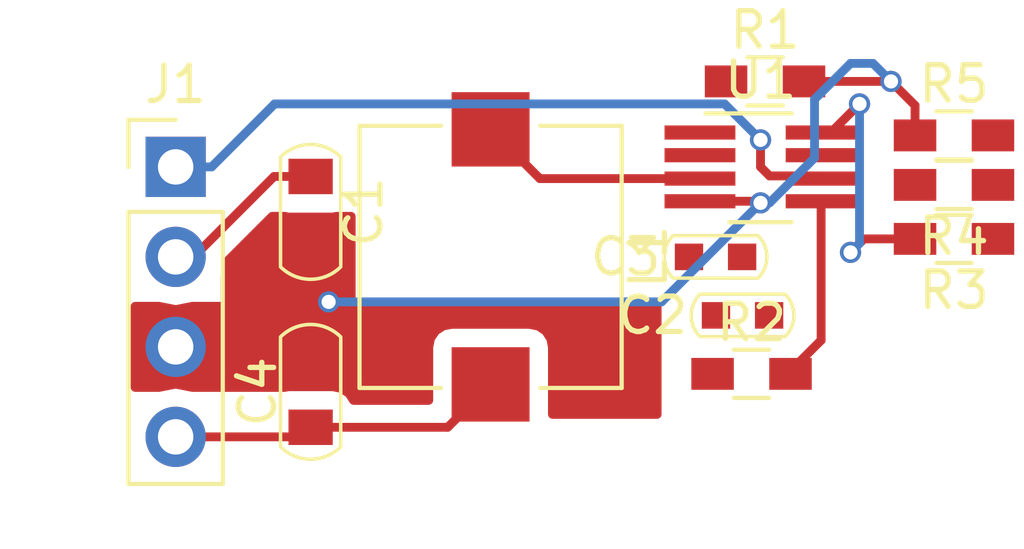
<source format=kicad_pcb>
(kicad_pcb (version 4) (host pcbnew 4.0.6)

  (general
    (links 21)
    (no_connects 9)
    (area 0 0 0 0)
    (thickness 1.6)
    (drawings 0)
    (tracks 50)
    (zones 0)
    (modules 12)
    (nets 12)
  )

  (page A4)
  (layers
    (0 F.Cu signal)
    (31 B.Cu signal)
    (32 B.Adhes user)
    (33 F.Adhes user)
    (34 B.Paste user)
    (35 F.Paste user)
    (36 B.SilkS user)
    (37 F.SilkS user)
    (38 B.Mask user)
    (39 F.Mask user)
    (40 Dwgs.User user)
    (41 Cmts.User user)
    (42 Eco1.User user)
    (43 Eco2.User user)
    (44 Edge.Cuts user)
    (45 Margin user)
    (46 B.CrtYd user)
    (47 F.CrtYd user)
    (48 B.Fab user)
    (49 F.Fab user)
  )

  (setup
    (last_trace_width 0.25)
    (trace_clearance 0.2)
    (zone_clearance 0.508)
    (zone_45_only yes)
    (trace_min 0.2)
    (segment_width 0.2)
    (edge_width 0.15)
    (via_size 0.6)
    (via_drill 0.4)
    (via_min_size 0.4)
    (via_min_drill 0.3)
    (uvia_size 0.3)
    (uvia_drill 0.1)
    (uvias_allowed no)
    (uvia_min_size 0.2)
    (uvia_min_drill 0.1)
    (pcb_text_width 0.3)
    (pcb_text_size 1.5 1.5)
    (mod_edge_width 0.15)
    (mod_text_size 1 1)
    (mod_text_width 0.15)
    (pad_size 1.524 1.524)
    (pad_drill 0.762)
    (pad_to_mask_clearance 0.2)
    (aux_axis_origin 0 0)
    (visible_elements FFFFFF7F)
    (pcbplotparams
      (layerselection 0x00030_80000001)
      (usegerberextensions false)
      (excludeedgelayer true)
      (linewidth 0.100000)
      (plotframeref false)
      (viasonmask false)
      (mode 1)
      (useauxorigin false)
      (hpglpennumber 1)
      (hpglpenspeed 20)
      (hpglpendiameter 15)
      (hpglpenoverlay 2)
      (psnegative false)
      (psa4output false)
      (plotreference true)
      (plotvalue true)
      (plotinvisibletext false)
      (padsonsilk false)
      (subtractmaskfromsilk false)
      (outputformat 1)
      (mirror false)
      (drillshape 1)
      (scaleselection 1)
      (outputdirectory ""))
  )

  (net 0 "")
  (net 1 +12V)
  (net 2 GND)
  (net 3 "Net-(C2-Pad1)")
  (net 4 "Net-(C3-Pad1)")
  (net 5 "Net-(C3-Pad2)")
  (net 6 /VOUT)
  (net 7 "Net-(R1-Pad1)")
  (net 8 "Net-(R2-Pad2)")
  (net 9 "Net-(R3-Pad1)")
  (net 10 "Net-(R3-Pad2)")
  (net 11 /EN)

  (net_class Default "This is the default net class."
    (clearance 0.2)
    (trace_width 0.25)
    (via_dia 0.6)
    (via_drill 0.4)
    (uvia_dia 0.3)
    (uvia_drill 0.1)
    (add_net +12V)
    (add_net /EN)
    (add_net /VOUT)
    (add_net GND)
    (add_net "Net-(C2-Pad1)")
    (add_net "Net-(C3-Pad1)")
    (add_net "Net-(C3-Pad2)")
    (add_net "Net-(R1-Pad1)")
    (add_net "Net-(R2-Pad2)")
    (add_net "Net-(R3-Pad1)")
    (add_net "Net-(R3-Pad2)")
  )

  (module Capacitors_SMD_Round:C_0805 (layer F.Cu) (tedit 58E5AF38) (tstamp 596ED315)
    (at 125.73 85.09 270)
    (descr "Capacitor SMD 0805, reflow soldering, AVX (see smccp.pdf)")
    (tags "capacitor 0805")
    (path /596ED56A)
    (attr smd)
    (fp_text reference C1 (at 0 -1.5 270) (layer F.SilkS)
      (effects (font (size 1 1) (thickness 0.15)))
    )
    (fp_text value C (at 0 1.75 270) (layer F.Fab)
      (effects (font (size 1 1) (thickness 0.15)))
    )
    (fp_arc (start -0.7 0) (end -1.55 0.85) (angle 90) (layer F.SilkS) (width 0.1))
    (fp_arc (start 0.7 0) (end 1.55 -0.85) (angle 90) (layer F.SilkS) (width 0.1))
    (fp_line (start -1.5 0.85) (end 1.5 0.85) (layer F.SilkS) (width 0.1))
    (fp_line (start -1.5 -0.85) (end 1.5 -0.85) (layer F.SilkS) (width 0.1))
    (fp_text user %R (at 0 -1.5 270) (layer F.Fab)
      (effects (font (size 1 1) (thickness 0.15)))
    )
    (fp_line (start -1 0.62) (end -1 -0.62) (layer F.Fab) (width 0.1))
    (fp_line (start 1 0.62) (end -1 0.62) (layer F.Fab) (width 0.1))
    (fp_line (start 1 -0.62) (end 1 0.62) (layer F.Fab) (width 0.1))
    (fp_line (start -1 -0.62) (end 1 -0.62) (layer F.Fab) (width 0.1))
    (fp_line (start -1.75 -0.88) (end 1.75 -0.88) (layer F.CrtYd) (width 0.05))
    (fp_line (start -1.75 -0.88) (end -1.75 0.87) (layer F.CrtYd) (width 0.05))
    (fp_line (start 1.75 0.87) (end 1.75 -0.88) (layer F.CrtYd) (width 0.05))
    (fp_line (start 1.75 0.87) (end -1.75 0.87) (layer F.CrtYd) (width 0.05))
    (pad 1 smd rect (at -1 0 270) (size 1 1.25) (layers F.Cu F.Paste F.Mask)
      (net 1 +12V))
    (pad 2 smd rect (at 1 0 270) (size 1 1.25) (layers F.Cu F.Paste F.Mask)
      (net 2 GND))
    (model Capacitors_SMD.3dshapes/C_0805.wrl
      (at (xyz 0 0 0))
      (scale (xyz 1 1 1))
      (rotate (xyz 0 0 0))
    )
  )

  (module Capacitors_SMD_Round:C_0603 (layer F.Cu) (tedit 58E5AE1B) (tstamp 596ED328)
    (at 137.922 88.011 180)
    (descr "Capacitor SMD 0603, reflow soldering, AVX (see smccp.pdf)")
    (tags "capacitor 0603")
    (path /596ED496)
    (attr smd)
    (fp_text reference C2 (at 2.54 0 180) (layer F.SilkS)
      (effects (font (size 1 1) (thickness 0.15)))
    )
    (fp_text value C (at 0 1.5 180) (layer F.Fab) hide
      (effects (font (size 1 1) (thickness 0.15)))
    )
    (fp_arc (start 0.6 0) (end 1.2 -0.6) (angle 90) (layer F.SilkS) (width 0.1))
    (fp_arc (start -0.6 0) (end -1.2 0.6) (angle 90) (layer F.SilkS) (width 0.1))
    (fp_line (start 1.15 0.6) (end -1.15 0.6) (layer F.SilkS) (width 0.1))
    (fp_line (start -1.15 -0.6) (end 1.15 -0.6) (layer F.SilkS) (width 0.1))
    (fp_text user %R (at 2.54 0 180) (layer F.Fab)
      (effects (font (size 1 1) (thickness 0.15)))
    )
    (fp_line (start -0.8 0.4) (end -0.8 -0.4) (layer F.Fab) (width 0.1))
    (fp_line (start 0.8 0.4) (end -0.8 0.4) (layer F.Fab) (width 0.1))
    (fp_line (start 0.8 -0.4) (end 0.8 0.4) (layer F.Fab) (width 0.1))
    (fp_line (start -0.8 -0.4) (end 0.8 -0.4) (layer F.Fab) (width 0.1))
    (fp_line (start -1.4 -0.65) (end 1.4 -0.65) (layer F.CrtYd) (width 0.05))
    (fp_line (start -1.4 -0.65) (end -1.4 0.65) (layer F.CrtYd) (width 0.05))
    (fp_line (start 1.4 0.65) (end 1.4 -0.65) (layer F.CrtYd) (width 0.05))
    (fp_line (start 1.4 0.65) (end -1.4 0.65) (layer F.CrtYd) (width 0.05))
    (pad 1 smd rect (at -0.75 0 180) (size 0.8 0.75) (layers F.Cu F.Paste F.Mask)
      (net 3 "Net-(C2-Pad1)"))
    (pad 2 smd rect (at 0.75 0 180) (size 0.8 0.75) (layers F.Cu F.Paste F.Mask)
      (net 2 GND))
    (model Capacitors_SMD.3dshapes/C_0603.wrl
      (at (xyz 0 0 0))
      (scale (xyz 1 1 1))
      (rotate (xyz 0 0 0))
    )
  )

  (module Capacitors_SMD_Round:C_0603 (layer F.Cu) (tedit 58E5AE1B) (tstamp 596ED33B)
    (at 137.16 86.36 180)
    (descr "Capacitor SMD 0603, reflow soldering, AVX (see smccp.pdf)")
    (tags "capacitor 0603")
    (path /596ED0A0)
    (attr smd)
    (fp_text reference C3 (at 2.54 0 180) (layer F.SilkS)
      (effects (font (size 1 1) (thickness 0.15)))
    )
    (fp_text value C (at 0 1.5 180) (layer F.Fab) hide
      (effects (font (size 1 1) (thickness 0.15)))
    )
    (fp_arc (start 0.6 0) (end 1.2 -0.6) (angle 90) (layer F.SilkS) (width 0.1))
    (fp_arc (start -0.6 0) (end -1.2 0.6) (angle 90) (layer F.SilkS) (width 0.1))
    (fp_line (start 1.15 0.6) (end -1.15 0.6) (layer F.SilkS) (width 0.1))
    (fp_line (start -1.15 -0.6) (end 1.15 -0.6) (layer F.SilkS) (width 0.1))
    (fp_text user %R (at 2.54 0 180) (layer F.Fab)
      (effects (font (size 1 1) (thickness 0.15)))
    )
    (fp_line (start -0.8 0.4) (end -0.8 -0.4) (layer F.Fab) (width 0.1))
    (fp_line (start 0.8 0.4) (end -0.8 0.4) (layer F.Fab) (width 0.1))
    (fp_line (start 0.8 -0.4) (end 0.8 0.4) (layer F.Fab) (width 0.1))
    (fp_line (start -0.8 -0.4) (end 0.8 -0.4) (layer F.Fab) (width 0.1))
    (fp_line (start -1.4 -0.65) (end 1.4 -0.65) (layer F.CrtYd) (width 0.05))
    (fp_line (start -1.4 -0.65) (end -1.4 0.65) (layer F.CrtYd) (width 0.05))
    (fp_line (start 1.4 0.65) (end 1.4 -0.65) (layer F.CrtYd) (width 0.05))
    (fp_line (start 1.4 0.65) (end -1.4 0.65) (layer F.CrtYd) (width 0.05))
    (pad 1 smd rect (at -0.75 0 180) (size 0.8 0.75) (layers F.Cu F.Paste F.Mask)
      (net 4 "Net-(C3-Pad1)"))
    (pad 2 smd rect (at 0.75 0 180) (size 0.8 0.75) (layers F.Cu F.Paste F.Mask)
      (net 5 "Net-(C3-Pad2)"))
    (model Capacitors_SMD.3dshapes/C_0603.wrl
      (at (xyz 0 0 0))
      (scale (xyz 1 1 1))
      (rotate (xyz 0 0 0))
    )
  )

  (module Capacitors_SMD_Round:C_0805 (layer F.Cu) (tedit 58E5AF38) (tstamp 596ED34E)
    (at 125.73 90.17 90)
    (descr "Capacitor SMD 0805, reflow soldering, AVX (see smccp.pdf)")
    (tags "capacitor 0805")
    (path /596ED82A)
    (attr smd)
    (fp_text reference C4 (at 0 -1.5 90) (layer F.SilkS)
      (effects (font (size 1 1) (thickness 0.15)))
    )
    (fp_text value C (at 0 1.75 90) (layer F.Fab)
      (effects (font (size 1 1) (thickness 0.15)))
    )
    (fp_arc (start -0.7 0) (end -1.55 0.85) (angle 90) (layer F.SilkS) (width 0.1))
    (fp_arc (start 0.7 0) (end 1.55 -0.85) (angle 90) (layer F.SilkS) (width 0.1))
    (fp_line (start -1.5 0.85) (end 1.5 0.85) (layer F.SilkS) (width 0.1))
    (fp_line (start -1.5 -0.85) (end 1.5 -0.85) (layer F.SilkS) (width 0.1))
    (fp_text user %R (at 0 -1.5 90) (layer F.Fab)
      (effects (font (size 1 1) (thickness 0.15)))
    )
    (fp_line (start -1 0.62) (end -1 -0.62) (layer F.Fab) (width 0.1))
    (fp_line (start 1 0.62) (end -1 0.62) (layer F.Fab) (width 0.1))
    (fp_line (start 1 -0.62) (end 1 0.62) (layer F.Fab) (width 0.1))
    (fp_line (start -1 -0.62) (end 1 -0.62) (layer F.Fab) (width 0.1))
    (fp_line (start -1.75 -0.88) (end 1.75 -0.88) (layer F.CrtYd) (width 0.05))
    (fp_line (start -1.75 -0.88) (end -1.75 0.87) (layer F.CrtYd) (width 0.05))
    (fp_line (start 1.75 0.87) (end 1.75 -0.88) (layer F.CrtYd) (width 0.05))
    (fp_line (start 1.75 0.87) (end -1.75 0.87) (layer F.CrtYd) (width 0.05))
    (pad 1 smd rect (at -1 0 90) (size 1 1.25) (layers F.Cu F.Paste F.Mask)
      (net 6 /VOUT))
    (pad 2 smd rect (at 1 0 90) (size 1 1.25) (layers F.Cu F.Paste F.Mask)
      (net 2 GND))
    (model Capacitors_SMD.3dshapes/C_0805.wrl
      (at (xyz 0 0 0))
      (scale (xyz 1 1 1))
      (rotate (xyz 0 0 0))
    )
  )

  (module Inductors2:L_7.3x7.3_Handsoldering (layer F.Cu) (tedit 59671DE0) (tstamp 596ED354)
    (at 130.81 86.36 270)
    (descr "Choke, SMD, 7.3x7.3mm 3.5mm height")
    (tags "Choke SMD")
    (path /596ED01D)
    (attr smd)
    (fp_text reference L1 (at 0 -4.45 270) (layer F.SilkS)
      (effects (font (size 1 1) (thickness 0.15)))
    )
    (fp_text value L (at 0 4.45 270) (layer F.Fab)
      (effects (font (size 1 1) (thickness 0.15)))
    )
    (fp_line (start 3.7 1.4) (end 3.7 3.7) (layer F.SilkS) (width 0.12))
    (fp_line (start 3.7 3.7) (end -3.7 3.7) (layer F.SilkS) (width 0.12))
    (fp_line (start -3.7 3.7) (end -3.7 1.4) (layer F.SilkS) (width 0.12))
    (fp_line (start -3.7 -1.4) (end -3.7 -3.7) (layer F.SilkS) (width 0.12))
    (fp_line (start -3.7 -3.7) (end 3.7 -3.7) (layer F.SilkS) (width 0.12))
    (fp_line (start 3.7 -3.7) (end 3.7 -1.4) (layer F.SilkS) (width 0.12))
    (fp_line (start -4.2 -3.9) (end -4.2 3.9) (layer F.CrtYd) (width 0.05))
    (fp_line (start -4.2 3.9) (end 4.2 3.9) (layer F.CrtYd) (width 0.05))
    (fp_line (start 4.2 3.9) (end 4.2 -3.9) (layer F.CrtYd) (width 0.05))
    (fp_line (start 4.2 -3.9) (end -4.2 -3.9) (layer F.CrtYd) (width 0.05))
    (fp_line (start 3.65 3.65) (end 3.65 1.4) (layer F.Fab) (width 0.1))
    (fp_line (start 3.65 -3.65) (end 3.65 -1.4) (layer F.Fab) (width 0.1))
    (fp_line (start -3.65 3.65) (end -3.65 1.4) (layer F.Fab) (width 0.1))
    (fp_line (start -3.65 -3.65) (end -3.65 -1.4) (layer F.Fab) (width 0.1))
    (fp_line (start 3.65 3.65) (end -3.65 3.65) (layer F.Fab) (width 0.1))
    (fp_line (start -3.65 -3.65) (end 3.65 -3.65) (layer F.Fab) (width 0.1))
    (fp_arc (start 0 0) (end 2.29 2.29) (angle 90) (layer F.Fab) (width 0.1))
    (fp_arc (start 0 0) (end -2.29 -2.29) (angle 90) (layer F.Fab) (width 0.1))
    (pad 1 smd rect (at -3.6 0 270) (size 2.1 2.2) (layers F.Cu F.Paste F.Mask)
      (net 5 "Net-(C3-Pad2)"))
    (pad 2 smd rect (at 3.6 0 270) (size 2.1 2.2) (layers F.Cu F.Paste F.Mask)
      (net 6 /VOUT))
  )

  (module Resistors_SMD:R_0603_HandSoldering (layer F.Cu) (tedit 58E0A804) (tstamp 596ED365)
    (at 138.557 81.407)
    (descr "Resistor SMD 0603, hand soldering")
    (tags "resistor 0603")
    (path /596ED42B)
    (attr smd)
    (fp_text reference R1 (at 0 -1.45) (layer F.SilkS)
      (effects (font (size 1 1) (thickness 0.15)))
    )
    (fp_text value R (at 0 1.55) (layer F.Fab)
      (effects (font (size 1 1) (thickness 0.15)))
    )
    (fp_text user %R (at 0 0) (layer F.Fab)
      (effects (font (size 0.5 0.5) (thickness 0.075)))
    )
    (fp_line (start -0.8 0.4) (end -0.8 -0.4) (layer F.Fab) (width 0.1))
    (fp_line (start 0.8 0.4) (end -0.8 0.4) (layer F.Fab) (width 0.1))
    (fp_line (start 0.8 -0.4) (end 0.8 0.4) (layer F.Fab) (width 0.1))
    (fp_line (start -0.8 -0.4) (end 0.8 -0.4) (layer F.Fab) (width 0.1))
    (fp_line (start 0.5 0.68) (end -0.5 0.68) (layer F.SilkS) (width 0.12))
    (fp_line (start -0.5 -0.68) (end 0.5 -0.68) (layer F.SilkS) (width 0.12))
    (fp_line (start -1.96 -0.7) (end 1.95 -0.7) (layer F.CrtYd) (width 0.05))
    (fp_line (start -1.96 -0.7) (end -1.96 0.7) (layer F.CrtYd) (width 0.05))
    (fp_line (start 1.95 0.7) (end 1.95 -0.7) (layer F.CrtYd) (width 0.05))
    (fp_line (start 1.95 0.7) (end -1.96 0.7) (layer F.CrtYd) (width 0.05))
    (pad 1 smd rect (at -1.1 0) (size 1.2 0.9) (layers F.Cu F.Paste F.Mask)
      (net 7 "Net-(R1-Pad1)"))
    (pad 2 smd rect (at 1.1 0) (size 1.2 0.9) (layers F.Cu F.Paste F.Mask)
      (net 2 GND))
    (model ${KISYS3DMOD}/Resistors_SMD.3dshapes/R_0603.wrl
      (at (xyz 0 0 0))
      (scale (xyz 1 1 1))
      (rotate (xyz 0 0 0))
    )
  )

  (module Resistors_SMD:R_0603_HandSoldering (layer F.Cu) (tedit 58E0A804) (tstamp 596ED376)
    (at 138.176 89.662)
    (descr "Resistor SMD 0603, hand soldering")
    (tags "resistor 0603")
    (path /596ED163)
    (attr smd)
    (fp_text reference R2 (at 0 -1.45) (layer F.SilkS)
      (effects (font (size 1 1) (thickness 0.15)))
    )
    (fp_text value R (at 0 1.55) (layer F.Fab)
      (effects (font (size 1 1) (thickness 0.15)))
    )
    (fp_text user %R (at 0 0) (layer F.Fab)
      (effects (font (size 0.5 0.5) (thickness 0.075)))
    )
    (fp_line (start -0.8 0.4) (end -0.8 -0.4) (layer F.Fab) (width 0.1))
    (fp_line (start 0.8 0.4) (end -0.8 0.4) (layer F.Fab) (width 0.1))
    (fp_line (start 0.8 -0.4) (end 0.8 0.4) (layer F.Fab) (width 0.1))
    (fp_line (start -0.8 -0.4) (end 0.8 -0.4) (layer F.Fab) (width 0.1))
    (fp_line (start 0.5 0.68) (end -0.5 0.68) (layer F.SilkS) (width 0.12))
    (fp_line (start -0.5 -0.68) (end 0.5 -0.68) (layer F.SilkS) (width 0.12))
    (fp_line (start -1.96 -0.7) (end 1.95 -0.7) (layer F.CrtYd) (width 0.05))
    (fp_line (start -1.96 -0.7) (end -1.96 0.7) (layer F.CrtYd) (width 0.05))
    (fp_line (start 1.95 0.7) (end 1.95 -0.7) (layer F.CrtYd) (width 0.05))
    (fp_line (start 1.95 0.7) (end -1.96 0.7) (layer F.CrtYd) (width 0.05))
    (pad 1 smd rect (at -1.1 0) (size 1.2 0.9) (layers F.Cu F.Paste F.Mask)
      (net 4 "Net-(C3-Pad1)"))
    (pad 2 smd rect (at 1.1 0) (size 1.2 0.9) (layers F.Cu F.Paste F.Mask)
      (net 8 "Net-(R2-Pad2)"))
    (model ${KISYS3DMOD}/Resistors_SMD.3dshapes/R_0603.wrl
      (at (xyz 0 0 0))
      (scale (xyz 1 1 1))
      (rotate (xyz 0 0 0))
    )
  )

  (module Resistors_SMD:R_0603_HandSoldering (layer F.Cu) (tedit 58E0A804) (tstamp 596ED387)
    (at 143.891 85.852 180)
    (descr "Resistor SMD 0603, hand soldering")
    (tags "resistor 0603")
    (path /596ED0E6)
    (attr smd)
    (fp_text reference R3 (at 0 -1.45 180) (layer F.SilkS)
      (effects (font (size 1 1) (thickness 0.15)))
    )
    (fp_text value R (at 0 1.55 180) (layer F.Fab)
      (effects (font (size 1 1) (thickness 0.15)))
    )
    (fp_text user %R (at 0 0 180) (layer F.Fab)
      (effects (font (size 0.5 0.5) (thickness 0.075)))
    )
    (fp_line (start -0.8 0.4) (end -0.8 -0.4) (layer F.Fab) (width 0.1))
    (fp_line (start 0.8 0.4) (end -0.8 0.4) (layer F.Fab) (width 0.1))
    (fp_line (start 0.8 -0.4) (end 0.8 0.4) (layer F.Fab) (width 0.1))
    (fp_line (start -0.8 -0.4) (end 0.8 -0.4) (layer F.Fab) (width 0.1))
    (fp_line (start 0.5 0.68) (end -0.5 0.68) (layer F.SilkS) (width 0.12))
    (fp_line (start -0.5 -0.68) (end 0.5 -0.68) (layer F.SilkS) (width 0.12))
    (fp_line (start -1.96 -0.7) (end 1.95 -0.7) (layer F.CrtYd) (width 0.05))
    (fp_line (start -1.96 -0.7) (end -1.96 0.7) (layer F.CrtYd) (width 0.05))
    (fp_line (start 1.95 0.7) (end 1.95 -0.7) (layer F.CrtYd) (width 0.05))
    (fp_line (start 1.95 0.7) (end -1.96 0.7) (layer F.CrtYd) (width 0.05))
    (pad 1 smd rect (at -1.1 0 180) (size 1.2 0.9) (layers F.Cu F.Paste F.Mask)
      (net 9 "Net-(R3-Pad1)"))
    (pad 2 smd rect (at 1.1 0 180) (size 1.2 0.9) (layers F.Cu F.Paste F.Mask)
      (net 10 "Net-(R3-Pad2)"))
    (model ${KISYS3DMOD}/Resistors_SMD.3dshapes/R_0603.wrl
      (at (xyz 0 0 0))
      (scale (xyz 1 1 1))
      (rotate (xyz 0 0 0))
    )
  )

  (module Resistors_SMD:R_0603_HandSoldering (layer F.Cu) (tedit 58E0A804) (tstamp 596ED398)
    (at 143.891 84.328 180)
    (descr "Resistor SMD 0603, hand soldering")
    (tags "resistor 0603")
    (path /596ED197)
    (attr smd)
    (fp_text reference R4 (at 0 -1.45 180) (layer F.SilkS)
      (effects (font (size 1 1) (thickness 0.15)))
    )
    (fp_text value R (at 0 1.55 180) (layer F.Fab)
      (effects (font (size 1 1) (thickness 0.15)))
    )
    (fp_text user %R (at 0 0 180) (layer F.Fab)
      (effects (font (size 0.5 0.5) (thickness 0.075)))
    )
    (fp_line (start -0.8 0.4) (end -0.8 -0.4) (layer F.Fab) (width 0.1))
    (fp_line (start 0.8 0.4) (end -0.8 0.4) (layer F.Fab) (width 0.1))
    (fp_line (start 0.8 -0.4) (end 0.8 0.4) (layer F.Fab) (width 0.1))
    (fp_line (start -0.8 -0.4) (end 0.8 -0.4) (layer F.Fab) (width 0.1))
    (fp_line (start 0.5 0.68) (end -0.5 0.68) (layer F.SilkS) (width 0.12))
    (fp_line (start -0.5 -0.68) (end 0.5 -0.68) (layer F.SilkS) (width 0.12))
    (fp_line (start -1.96 -0.7) (end 1.95 -0.7) (layer F.CrtYd) (width 0.05))
    (fp_line (start -1.96 -0.7) (end -1.96 0.7) (layer F.CrtYd) (width 0.05))
    (fp_line (start 1.95 0.7) (end 1.95 -0.7) (layer F.CrtYd) (width 0.05))
    (fp_line (start 1.95 0.7) (end -1.96 0.7) (layer F.CrtYd) (width 0.05))
    (pad 1 smd rect (at -1.1 0 180) (size 1.2 0.9) (layers F.Cu F.Paste F.Mask)
      (net 9 "Net-(R3-Pad1)"))
    (pad 2 smd rect (at 1.1 0 180) (size 1.2 0.9) (layers F.Cu F.Paste F.Mask)
      (net 6 /VOUT))
    (model ${KISYS3DMOD}/Resistors_SMD.3dshapes/R_0603.wrl
      (at (xyz 0 0 0))
      (scale (xyz 1 1 1))
      (rotate (xyz 0 0 0))
    )
  )

  (module Resistors_SMD:R_0603_HandSoldering (layer F.Cu) (tedit 58E0A804) (tstamp 596ED3A9)
    (at 143.891 82.931)
    (descr "Resistor SMD 0603, hand soldering")
    (tags "resistor 0603")
    (path /596ED1D4)
    (attr smd)
    (fp_text reference R5 (at 0 -1.45) (layer F.SilkS)
      (effects (font (size 1 1) (thickness 0.15)))
    )
    (fp_text value R (at 0 1.55) (layer F.Fab)
      (effects (font (size 1 1) (thickness 0.15)))
    )
    (fp_text user %R (at 0 0) (layer F.Fab)
      (effects (font (size 0.5 0.5) (thickness 0.075)))
    )
    (fp_line (start -0.8 0.4) (end -0.8 -0.4) (layer F.Fab) (width 0.1))
    (fp_line (start 0.8 0.4) (end -0.8 0.4) (layer F.Fab) (width 0.1))
    (fp_line (start 0.8 -0.4) (end 0.8 0.4) (layer F.Fab) (width 0.1))
    (fp_line (start -0.8 -0.4) (end 0.8 -0.4) (layer F.Fab) (width 0.1))
    (fp_line (start 0.5 0.68) (end -0.5 0.68) (layer F.SilkS) (width 0.12))
    (fp_line (start -0.5 -0.68) (end 0.5 -0.68) (layer F.SilkS) (width 0.12))
    (fp_line (start -1.96 -0.7) (end 1.95 -0.7) (layer F.CrtYd) (width 0.05))
    (fp_line (start -1.96 -0.7) (end -1.96 0.7) (layer F.CrtYd) (width 0.05))
    (fp_line (start 1.95 0.7) (end 1.95 -0.7) (layer F.CrtYd) (width 0.05))
    (fp_line (start 1.95 0.7) (end -1.96 0.7) (layer F.CrtYd) (width 0.05))
    (pad 1 smd rect (at -1.1 0) (size 1.2 0.9) (layers F.Cu F.Paste F.Mask)
      (net 2 GND))
    (pad 2 smd rect (at 1.1 0) (size 1.2 0.9) (layers F.Cu F.Paste F.Mask)
      (net 9 "Net-(R3-Pad1)"))
    (model ${KISYS3DMOD}/Resistors_SMD.3dshapes/R_0603.wrl
      (at (xyz 0 0 0))
      (scale (xyz 1 1 1))
      (rotate (xyz 0 0 0))
    )
  )

  (module TO_SOT_Packages_SMD:TSOT-23-8_HandSoldering (layer F.Cu) (tedit 58CE4E80) (tstamp 596ED3C1)
    (at 138.43 83.82)
    (descr "8-pin TSOT23 package, http://cds.linear.com/docs/en/packaging/SOT_8_05-08-1637.pdf")
    (tags "TSOT-23-8 Hand-soldering")
    (path /596ECFA4)
    (attr smd)
    (fp_text reference U1 (at 0 -2.45) (layer F.SilkS)
      (effects (font (size 1 1) (thickness 0.15)))
    )
    (fp_text value MP2315 (at 0 2.5) (layer F.Fab)
      (effects (font (size 1 1) (thickness 0.15)))
    )
    (fp_text user %R (at 0 0) (layer F.Fab)
      (effects (font (size 0.5 0.5) (thickness 0.075)))
    )
    (fp_line (start -0.88 1.56) (end 0.88 1.56) (layer F.SilkS) (width 0.12))
    (fp_line (start 0.88 -1.51) (end -1.55 -1.51) (layer F.SilkS) (width 0.12))
    (fp_line (start -0.88 -1) (end -0.43 -1.45) (layer F.Fab) (width 0.1))
    (fp_line (start 0.88 -1.45) (end -0.43 -1.45) (layer F.Fab) (width 0.1))
    (fp_line (start -0.88 -1) (end -0.88 1.45) (layer F.Fab) (width 0.1))
    (fp_line (start 0.88 1.45) (end -0.88 1.45) (layer F.Fab) (width 0.1))
    (fp_line (start 0.88 -1.45) (end 0.88 1.45) (layer F.Fab) (width 0.1))
    (fp_line (start -2.96 -1.7) (end 2.96 -1.7) (layer F.CrtYd) (width 0.05))
    (fp_line (start -2.96 -1.7) (end -2.96 1.7) (layer F.CrtYd) (width 0.05))
    (fp_line (start 2.96 1.7) (end 2.96 -1.7) (layer F.CrtYd) (width 0.05))
    (fp_line (start 2.96 1.7) (end -2.96 1.7) (layer F.CrtYd) (width 0.05))
    (pad 1 smd rect (at -1.71 -0.97) (size 2 0.4) (layers F.Cu F.Paste F.Mask)
      (net 7 "Net-(R1-Pad1)"))
    (pad 2 smd rect (at -1.71 -0.33) (size 2 0.4) (layers F.Cu F.Paste F.Mask)
      (net 1 +12V))
    (pad 3 smd rect (at -1.71 0.33) (size 2 0.4) (layers F.Cu F.Paste F.Mask)
      (net 5 "Net-(C3-Pad2)"))
    (pad 4 smd rect (at -1.71 0.97) (size 2 0.4) (layers F.Cu F.Paste F.Mask)
      (net 2 GND))
    (pad 5 smd rect (at 1.71 0.97) (size 2 0.4) (layers F.Cu F.Paste F.Mask)
      (net 8 "Net-(R2-Pad2)"))
    (pad 6 smd rect (at 1.71 0.33) (size 2 0.4) (layers F.Cu F.Paste F.Mask)
      (net 11 /EN))
    (pad 7 smd rect (at 1.71 -0.33) (size 2 0.4) (layers F.Cu F.Paste F.Mask)
      (net 3 "Net-(C2-Pad1)"))
    (pad 8 smd rect (at 1.71 -0.97) (size 2 0.4) (layers F.Cu F.Paste F.Mask)
      (net 10 "Net-(R3-Pad2)"))
    (model ${KISYS3DMOD}/TO_SOT_Packages_SMD.3dshapes/TSOT-23-8.wrl
      (at (xyz 0 0 0))
      (scale (xyz 1 1 1))
      (rotate (xyz 0 0 0))
    )
  )

  (module Pin_Headers:Pin_Header_Straight_1x04_Pitch2.54mm (layer F.Cu) (tedit 59650532) (tstamp 596ED4EA)
    (at 121.92 83.82)
    (descr "Through hole straight pin header, 1x04, 2.54mm pitch, single row")
    (tags "Through hole pin header THT 1x04 2.54mm single row")
    (path /596EDFBE)
    (fp_text reference J1 (at 0 -2.33) (layer F.SilkS)
      (effects (font (size 1 1) (thickness 0.15)))
    )
    (fp_text value CONN_01X04 (at 0 9.95) (layer F.Fab)
      (effects (font (size 1 1) (thickness 0.15)))
    )
    (fp_line (start -0.635 -1.27) (end 1.27 -1.27) (layer F.Fab) (width 0.1))
    (fp_line (start 1.27 -1.27) (end 1.27 8.89) (layer F.Fab) (width 0.1))
    (fp_line (start 1.27 8.89) (end -1.27 8.89) (layer F.Fab) (width 0.1))
    (fp_line (start -1.27 8.89) (end -1.27 -0.635) (layer F.Fab) (width 0.1))
    (fp_line (start -1.27 -0.635) (end -0.635 -1.27) (layer F.Fab) (width 0.1))
    (fp_line (start -1.33 8.95) (end 1.33 8.95) (layer F.SilkS) (width 0.12))
    (fp_line (start -1.33 1.27) (end -1.33 8.95) (layer F.SilkS) (width 0.12))
    (fp_line (start 1.33 1.27) (end 1.33 8.95) (layer F.SilkS) (width 0.12))
    (fp_line (start -1.33 1.27) (end 1.33 1.27) (layer F.SilkS) (width 0.12))
    (fp_line (start -1.33 0) (end -1.33 -1.33) (layer F.SilkS) (width 0.12))
    (fp_line (start -1.33 -1.33) (end 0 -1.33) (layer F.SilkS) (width 0.12))
    (fp_line (start -1.8 -1.8) (end -1.8 9.4) (layer F.CrtYd) (width 0.05))
    (fp_line (start -1.8 9.4) (end 1.8 9.4) (layer F.CrtYd) (width 0.05))
    (fp_line (start 1.8 9.4) (end 1.8 -1.8) (layer F.CrtYd) (width 0.05))
    (fp_line (start 1.8 -1.8) (end -1.8 -1.8) (layer F.CrtYd) (width 0.05))
    (fp_text user %R (at 0 3.81 90) (layer F.Fab)
      (effects (font (size 1 1) (thickness 0.15)))
    )
    (pad 1 thru_hole rect (at 0 0) (size 1.7 1.7) (drill 1) (layers *.Cu *.Mask)
      (net 11 /EN))
    (pad 2 thru_hole oval (at 0 2.54) (size 1.7 1.7) (drill 1) (layers *.Cu *.Mask)
      (net 1 +12V))
    (pad 3 thru_hole oval (at 0 5.08) (size 1.7 1.7) (drill 1) (layers *.Cu *.Mask)
      (net 2 GND))
    (pad 4 thru_hole oval (at 0 7.62) (size 1.7 1.7) (drill 1) (layers *.Cu *.Mask)
      (net 6 /VOUT))
    (model ${KISYS3DMOD}/Pin_Headers.3dshapes/Pin_Header_Straight_1x04_Pitch2.54mm.wrl
      (at (xyz 0 0 0))
      (scale (xyz 1 1 1))
      (rotate (xyz 0 0 0))
    )
  )

  (segment (start 121.92 86.36) (end 122.428 86.36) (width 0.25) (layer F.Cu) (net 1))
  (segment (start 122.428 86.36) (end 124.698 84.09) (width 0.25) (layer F.Cu) (net 1) (tstamp 596ED611))
  (segment (start 124.698 84.09) (end 125.73 84.09) (width 0.25) (layer F.Cu) (net 1) (tstamp 596ED613))
  (segment (start 138.43 84.836) (end 138.684 84.836) (width 0.25) (layer B.Cu) (net 2))
  (via (at 142.113 81.407) (size 0.6) (drill 0.4) (layers F.Cu B.Cu) (net 2))
  (segment (start 141.605 80.899) (end 142.113 81.407) (width 0.25) (layer B.Cu) (net 2) (tstamp 596ED7E2))
  (segment (start 140.97 80.899) (end 141.605 80.899) (width 0.25) (layer B.Cu) (net 2) (tstamp 596ED7E0))
  (segment (start 139.954 81.915) (end 140.97 80.899) (width 0.25) (layer B.Cu) (net 2) (tstamp 596ED7DE))
  (segment (start 139.954 83.566) (end 139.954 81.915) (width 0.25) (layer B.Cu) (net 2) (tstamp 596ED7DC))
  (segment (start 138.684 84.836) (end 139.954 83.566) (width 0.25) (layer B.Cu) (net 2) (tstamp 596ED7DB))
  (segment (start 139.657 81.407) (end 142.113 81.407) (width 0.25) (layer F.Cu) (net 2) (status 400000))
  (segment (start 142.791 82.085) (end 142.791 82.931) (width 0.25) (layer F.Cu) (net 2) (tstamp 596ED7D7) (status 800000))
  (segment (start 142.113 81.407) (end 142.791 82.085) (width 0.25) (layer F.Cu) (net 2) (tstamp 596ED7D6))
  (segment (start 136.72 84.79) (end 138.384 84.79) (width 0.25) (layer F.Cu) (net 2))
  (segment (start 126.238 87.63) (end 125.73 87.63) (width 0.25) (layer F.Cu) (net 2) (tstamp 596ED4B9))
  (via (at 126.238 87.63) (size 0.6) (drill 0.4) (layers F.Cu B.Cu) (net 2))
  (segment (start 135.636 87.63) (end 126.238 87.63) (width 0.25) (layer B.Cu) (net 2) (tstamp 596ED4B5))
  (segment (start 138.43 84.836) (end 135.636 87.63) (width 0.25) (layer B.Cu) (net 2) (tstamp 596ED4B4))
  (via (at 138.43 84.836) (size 0.6) (drill 0.4) (layers F.Cu B.Cu) (net 2))
  (segment (start 138.384 84.79) (end 138.43 84.836) (width 0.25) (layer F.Cu) (net 2) (tstamp 596ED4B2))
  (segment (start 125.73 89.17) (end 125.73 87.63) (width 0.25) (layer F.Cu) (net 2))
  (segment (start 125.73 87.63) (end 125.73 86.09) (width 0.25) (layer F.Cu) (net 2) (tstamp 596ED4BC))
  (segment (start 121.92 88.9) (end 125.46 88.9) (width 0.25) (layer F.Cu) (net 2))
  (segment (start 125.46 88.9) (end 125.73 89.17) (width 0.25) (layer F.Cu) (net 2) (tstamp 596ED497))
  (segment (start 136.72 84.15) (end 132.2 84.15) (width 0.25) (layer F.Cu) (net 5))
  (segment (start 132.2 84.15) (end 130.81 82.76) (width 0.25) (layer F.Cu) (net 5) (tstamp 596ED486))
  (segment (start 125.73 91.17) (end 129.6 91.17) (width 0.25) (layer F.Cu) (net 6))
  (segment (start 129.6 91.17) (end 130.81 89.96) (width 0.25) (layer F.Cu) (net 6) (tstamp 596ED647))
  (segment (start 121.92 91.44) (end 125.46 91.44) (width 0.25) (layer F.Cu) (net 6))
  (segment (start 125.46 91.44) (end 125.73 91.17) (width 0.25) (layer F.Cu) (net 6) (tstamp 596ED644))
  (segment (start 139.276 89.662) (end 139.276 89.578) (width 0.25) (layer F.Cu) (net 8) (status C00000))
  (segment (start 139.276 89.578) (end 140.14 88.714) (width 0.25) (layer F.Cu) (net 8) (tstamp 596ED7E6) (status 400000))
  (segment (start 140.14 88.714) (end 140.14 84.79) (width 0.25) (layer F.Cu) (net 8) (tstamp 596ED7E7) (status 800000))
  (segment (start 142.791 85.852) (end 141.351 85.852) (width 0.25) (layer F.Cu) (net 10) (status 400000))
  (segment (start 141.224 82.042) (end 140.416 82.85) (width 0.25) (layer F.Cu) (net 10) (tstamp 596ED7D2) (status 800000))
  (via (at 141.224 82.042) (size 0.6) (drill 0.4) (layers F.Cu B.Cu) (net 10))
  (segment (start 141.224 85.979) (end 141.224 82.042) (width 0.25) (layer B.Cu) (net 10) (tstamp 596ED7D0))
  (segment (start 140.97 86.233) (end 141.224 85.979) (width 0.25) (layer B.Cu) (net 10) (tstamp 596ED7CF))
  (via (at 140.97 86.233) (size 0.6) (drill 0.4) (layers F.Cu B.Cu) (net 10))
  (segment (start 141.351 85.852) (end 140.97 86.233) (width 0.25) (layer F.Cu) (net 10) (tstamp 596ED7CD))
  (segment (start 140.416 82.85) (end 140.14 82.85) (width 0.25) (layer F.Cu) (net 10) (tstamp 596ED7D3) (status C00000))
  (segment (start 121.92 83.82) (end 122.936 83.82) (width 0.25) (layer B.Cu) (net 11))
  (segment (start 138.684 84.074) (end 140.064 84.074) (width 0.25) (layer F.Cu) (net 11) (tstamp 596ED4AE))
  (segment (start 138.43 83.82) (end 138.684 84.074) (width 0.25) (layer F.Cu) (net 11) (tstamp 596ED4AD))
  (segment (start 138.43 83.058) (end 138.43 83.82) (width 0.25) (layer F.Cu) (net 11) (tstamp 596ED4AC))
  (via (at 138.43 83.058) (size 0.6) (drill 0.4) (layers F.Cu B.Cu) (net 11))
  (segment (start 137.414 82.042) (end 138.43 83.058) (width 0.25) (layer B.Cu) (net 11) (tstamp 596ED4A9))
  (segment (start 124.714 82.042) (end 137.414 82.042) (width 0.25) (layer B.Cu) (net 11) (tstamp 596ED4A7))
  (segment (start 122.936 83.82) (end 124.714 82.042) (width 0.25) (layer B.Cu) (net 11) (tstamp 596ED4A5))
  (segment (start 140.064 84.074) (end 140.14 84.15) (width 0.25) (layer F.Cu) (net 11) (tstamp 596ED4AF))

  (zone (net 2) (net_name GND) (layer F.Cu) (tstamp 596ED4BF) (hatch edge 0.508)
    (connect_pads yes (clearance 0.508))
    (min_thickness 0.254)
    (fill yes (arc_segments 16) (thermal_gap 0.508) (thermal_bridge_width 0.508))
    (polygon
      (pts
        (xy 120.65 87.63) (xy 123.19 87.63) (xy 123.19 85.598) (xy 123.698 85.09) (xy 127 85.09)
        (xy 127 87.63) (xy 135.636 87.63) (xy 135.636 90.932) (xy 127 90.932) (xy 126.238 90.17)
        (xy 120.65 90.17)
      )
    )
    (filled_polygon
      (pts
        (xy 125.105 85.23744) (xy 126.355 85.23744) (xy 126.463629 85.217) (xy 126.873 85.217) (xy 126.873 87.63)
        (xy 126.883006 87.67941) (xy 126.911447 87.721035) (xy 126.953841 87.748315) (xy 127 87.757) (xy 135.509 87.757)
        (xy 135.509 90.805) (xy 132.55744 90.805) (xy 132.55744 88.91) (xy 132.513162 88.674683) (xy 132.37409 88.458559)
        (xy 132.16189 88.313569) (xy 131.91 88.26256) (xy 129.71 88.26256) (xy 129.474683 88.306838) (xy 129.258559 88.44591)
        (xy 129.113569 88.65811) (xy 129.06256 88.91) (xy 129.06256 90.41) (xy 126.942279 90.41) (xy 126.81909 90.218559)
        (xy 126.60689 90.073569) (xy 126.355 90.02256) (xy 125.105 90.02256) (xy 124.996371 90.043) (xy 122.391499 90.043)
        (xy 121.949093 89.955) (xy 121.890907 89.955) (xy 121.448501 90.043) (xy 120.777 90.043) (xy 120.777 87.757)
        (xy 121.448501 87.757) (xy 121.890907 87.845) (xy 121.949093 87.845) (xy 122.391499 87.757) (xy 123.19 87.757)
        (xy 123.23941 87.746994) (xy 123.281035 87.718553) (xy 123.308315 87.676159) (xy 123.317 87.63) (xy 123.317 86.934352)
        (xy 123.321054 86.928285) (xy 123.417032 86.44577) (xy 124.645802 85.217) (xy 125.004064 85.217)
      )
    )
  )
)

</source>
